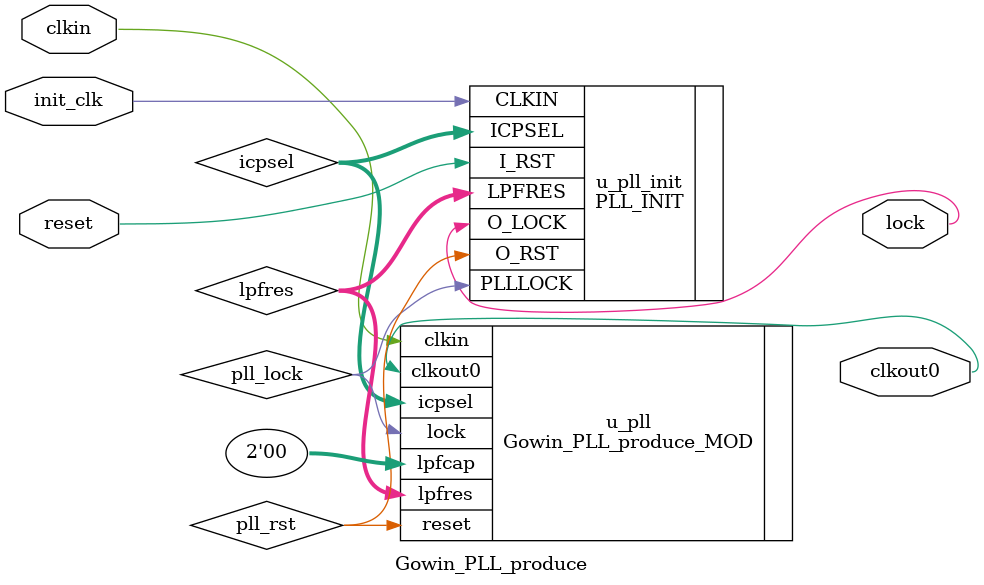
<source format=v>
module Gowin_PLL_produce(
    clkin,
    init_clk,
    clkout0,
    lock,
    reset
);


input clkin;
input init_clk;
output clkout0;
output lock;
input reset;
wire [5:0] icpsel;
wire [2:0] lpfres;
wire pll_lock;
wire pll_rst;


    Gowin_PLL_produce_MOD u_pll(
        .clkout0(clkout0),
        .lock(pll_lock),
        .clkin(clkin),
        .reset(pll_rst),
        .icpsel(icpsel),
        .lpfres(lpfres),
        .lpfcap(2'b00)
    );


    PLL_INIT u_pll_init(
        .CLKIN(init_clk),
        .I_RST(reset),
        .O_RST(pll_rst),
        .PLLLOCK(pll_lock),
        .O_LOCK(lock),
        .ICPSEL(icpsel),
        .LPFRES(lpfres)
    );
    defparam u_pll_init.CLK_PERIOD = 20;
    defparam u_pll_init.MULTI_FAC = 15;


endmodule

</source>
